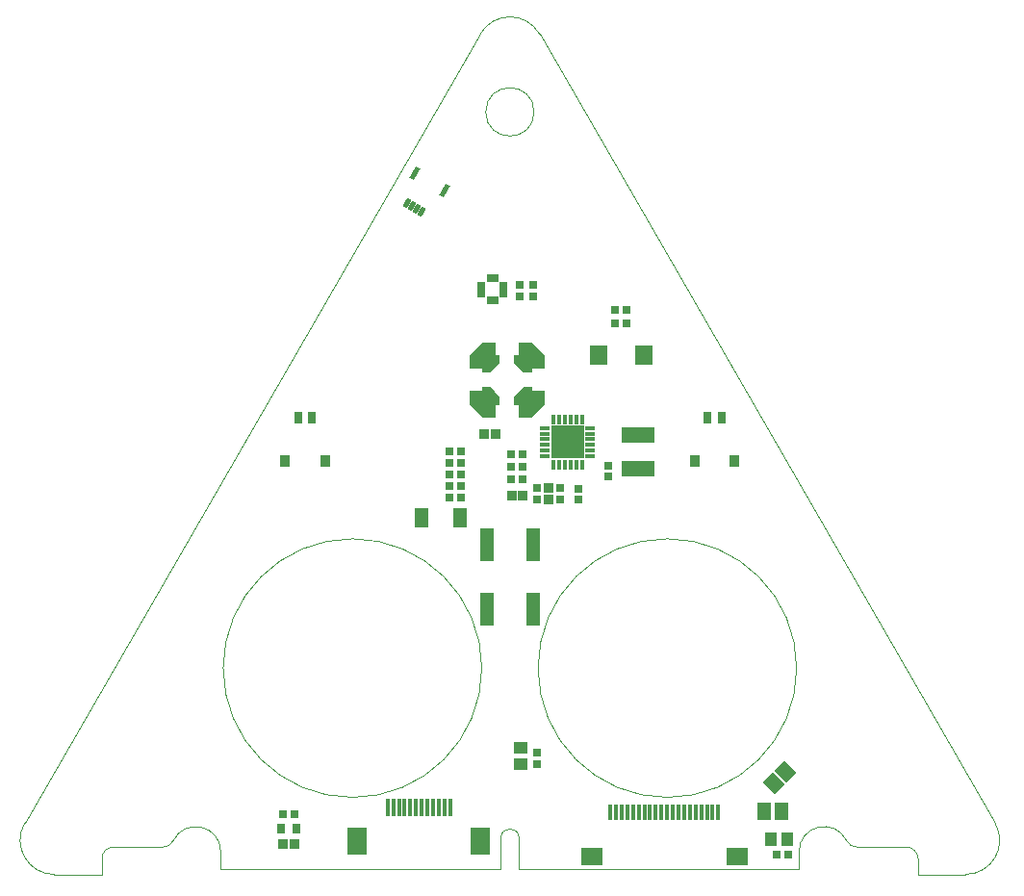
<source format=gts>
G04*
G04 #@! TF.GenerationSoftware,Altium Limited,Altium Designer,19.0.12 (326)*
G04*
G04 Layer_Color=8388736*
%FSLAX44Y44*%
%MOMM*%
G71*
G01*
G75*
%ADD19C,0.0500*%
%ADD29C,0.9348*%
%ADD30C,0.8891*%
%ADD49R,0.7400X0.7400*%
%ADD50R,0.7620X0.7620*%
%ADD51R,0.9000X1.0000*%
%ADD52R,0.8000X1.0500*%
G04:AMPARAMS|DCode=53|XSize=0.44mm|YSize=1.14mm|CornerRadius=0mm|HoleSize=0mm|Usage=FLASHONLY|Rotation=150.000|XOffset=0mm|YOffset=0mm|HoleType=Round|Shape=Rectangle|*
%AMROTATEDRECTD53*
4,1,4,0.4755,0.3836,-0.0945,-0.6036,-0.4755,-0.3836,0.0945,0.6036,0.4755,0.3836,0.0*
%
%ADD53ROTATEDRECTD53*%

G04:AMPARAMS|DCode=54|XSize=0.44mm|YSize=0.84mm|CornerRadius=0mm|HoleSize=0mm|Usage=FLASHONLY|Rotation=150.000|XOffset=0mm|YOffset=0mm|HoleType=Round|Shape=Rectangle|*
%AMROTATEDRECTD54*
4,1,4,0.4005,0.2537,-0.0195,-0.4737,-0.4005,-0.2537,0.0195,0.4737,0.4005,0.2537,0.0*
%
%ADD54ROTATEDRECTD54*%

%ADD55R,1.2400X1.5400*%
G04:AMPARAMS|DCode=56|XSize=1.54mm|YSize=1.24mm|CornerRadius=0mm|HoleSize=0mm|Usage=FLASHONLY|Rotation=135.000|XOffset=0mm|YOffset=0mm|HoleType=Round|Shape=Rectangle|*
%AMROTATEDRECTD56*
4,1,4,0.9829,-0.1061,0.1061,-0.9829,-0.9829,0.1061,-0.1061,0.9829,0.9829,-0.1061,0.0*
%
%ADD56ROTATEDRECTD56*%

%ADD57R,1.2400X1.7400*%
%ADD58R,1.7400X2.3400*%
%ADD59R,0.4400X1.5400*%
%ADD60R,0.6400X0.3400*%
%ADD61R,0.3400X0.6400*%
%ADD62R,0.4400X1.3400*%
%ADD63R,1.8400X1.6400*%
%ADD64R,1.1684X1.0160*%
%ADD65R,0.7400X0.7400*%
%ADD66R,1.0160X1.1684*%
%ADD67R,0.8600X0.8600*%
%ADD68R,2.8400X1.4400*%
%ADD69R,0.7900X0.8400*%
%ADD70R,1.5400X1.7800*%
%ADD71R,0.8600X0.8600*%
%ADD72R,2.9400X2.9400*%
%ADD73R,0.4400X0.9400*%
%ADD74R,0.9400X0.4400*%
%ADD75R,1.2032X2.9532*%
%ADD76C,0.6480*%
G36*
X431270Y426407D02*
Y415157D01*
X420269D01*
Y411408D01*
X412469D01*
X404519Y420358D01*
Y427158D01*
X408270D01*
Y438157D01*
X419520D01*
X431270Y426407D01*
D02*
G37*
G36*
X388270Y427158D02*
X392019D01*
Y420358D01*
X384069Y411408D01*
X376269D01*
Y415157D01*
X365270D01*
Y426407D01*
X377020Y438157D01*
X388270D01*
Y427158D01*
D02*
G37*
G36*
X420269Y395157D02*
X431270D01*
Y383907D01*
X419520Y372157D01*
X408270D01*
Y383158D01*
X404519D01*
Y389958D01*
X412469Y398908D01*
X420269D01*
Y395157D01*
D02*
G37*
G36*
X392019Y389958D02*
Y383158D01*
X388270D01*
Y372157D01*
X377020D01*
X365270Y383907D01*
Y395157D01*
X376269D01*
Y398908D01*
X384069D01*
X392019Y389958D01*
D02*
G37*
D19*
X422136Y640793D02*
G03*
X422136Y640793I-21250J0D01*
G01*
X426867Y709393D02*
G03*
X374905Y709393I-25981J-15000D01*
G01*
X-25992Y15018D02*
G03*
X-11Y-29982I25981J-15000D01*
G01*
X376136Y151476D02*
G03*
X376136Y151476I-113750J0D01*
G01*
X653136D02*
G03*
X653136Y151476I-113750J0D01*
G01*
X801784Y-29982D02*
G03*
X827764Y15018I0J30000D01*
G01*
X759783Y-15982D02*
G03*
X749783Y-5982I-10000J0D01*
G01*
X697066Y-357D02*
G03*
X655284Y-9982I-19783J-9625D01*
G01*
X697066Y-357D02*
G03*
X706059Y-5982I8992J4375D01*
G01*
X408886Y2018D02*
G03*
X392886Y2018I-8000J0D01*
G01*
X146489Y-9982D02*
G03*
X104706Y-357I-22000J0D01*
G01*
X95714Y-5982D02*
G03*
X104706Y-357I0J10000D01*
G01*
X51989Y-5982D02*
G03*
X41989Y-15982I0J-10000D01*
G01*
X-25992Y15018D02*
X374905Y709393D01*
X-11Y-29982D02*
X41989D01*
X426867Y709393D02*
X827764Y15018D01*
X759783Y-29982D02*
X801784D01*
X759783D02*
Y-15982D01*
X706059Y-5982D02*
X749783D01*
X655284Y-24982D02*
Y-9982D01*
X408886Y-24982D02*
X655284D01*
X408886D02*
Y2018D01*
X392886Y-24982D02*
Y2018D01*
X146489Y-24982D02*
X392886D01*
X51989Y-5982D02*
X95714D01*
X146489Y-24982D02*
Y-9982D01*
X41989Y-29982D02*
Y-15982D01*
D29*
X384134Y419301D02*
D03*
X412404Y391015D02*
D03*
D30*
X412336Y419156D02*
D03*
X384202Y391160D02*
D03*
D49*
X503682Y454914D02*
D03*
X493682D02*
D03*
X503682Y466852D02*
D03*
X493682D02*
D03*
X645842Y-12954D02*
D03*
X635842D02*
D03*
X201120Y23276D02*
D03*
X211120D02*
D03*
X402188Y339208D02*
D03*
X412188D02*
D03*
X402188Y317276D02*
D03*
X412188D02*
D03*
X412188Y328394D02*
D03*
X402188D02*
D03*
D50*
X358137Y341884D02*
D03*
X347469D02*
D03*
X358140Y331724D02*
D03*
X347472D02*
D03*
X358140Y321564D02*
D03*
X347472D02*
D03*
X347469Y311404D02*
D03*
X358137D02*
D03*
X347472Y301244D02*
D03*
X358140D02*
D03*
D51*
X598500Y333750D02*
D03*
X563500D02*
D03*
X238250D02*
D03*
X203250D02*
D03*
D52*
X587000Y371500D02*
D03*
X575000D02*
D03*
X226750D02*
D03*
X214750D02*
D03*
D53*
X316884Y587119D02*
D03*
X343558Y571719D02*
D03*
D54*
X310476Y560219D02*
D03*
X314806Y557719D02*
D03*
X319136Y555219D02*
D03*
X323466Y552719D02*
D03*
D55*
X639737Y25400D02*
D03*
X624737D02*
D03*
D56*
X643351Y60421D02*
D03*
X632745Y49815D02*
D03*
D57*
X322852Y283464D02*
D03*
X356852D02*
D03*
D58*
X374750Y-998D02*
D03*
X266750D02*
D03*
D59*
X338250Y29232D02*
D03*
X333250D02*
D03*
X328250D02*
D03*
X323250D02*
D03*
X318250D02*
D03*
X313250D02*
D03*
X308250D02*
D03*
X303250D02*
D03*
X298250D02*
D03*
X293250D02*
D03*
X343250D02*
D03*
X348250D02*
D03*
D60*
X375772Y489884D02*
D03*
Y486384D02*
D03*
Y482884D02*
D03*
Y479384D02*
D03*
X395248D02*
D03*
Y482884D02*
D03*
Y486384D02*
D03*
Y489884D02*
D03*
D61*
X382010Y474896D02*
D03*
X385510D02*
D03*
X389010D02*
D03*
Y494372D02*
D03*
X385510D02*
D03*
X382010D02*
D03*
D62*
X489180Y24452D02*
D03*
X494180D02*
D03*
X499180D02*
D03*
X504180D02*
D03*
X509180D02*
D03*
X514180D02*
D03*
X519180D02*
D03*
X524180D02*
D03*
X529180D02*
D03*
X534180D02*
D03*
X539180D02*
D03*
X544180D02*
D03*
X549180D02*
D03*
X554180D02*
D03*
X559180D02*
D03*
X564180D02*
D03*
X569180D02*
D03*
X574180D02*
D03*
X579180D02*
D03*
X584180D02*
D03*
D63*
X472680Y-14548D02*
D03*
X600680D02*
D03*
D64*
X410392Y81478D02*
D03*
Y67254D02*
D03*
D65*
X424434Y66882D02*
D03*
Y76882D02*
D03*
X461264Y299546D02*
D03*
Y309546D02*
D03*
X421324Y488734D02*
D03*
Y478734D02*
D03*
X409640Y478734D02*
D03*
Y488734D02*
D03*
X487680Y319826D02*
D03*
Y329826D02*
D03*
X445379Y299918D02*
D03*
Y309918D02*
D03*
X424497Y309968D02*
D03*
Y299968D02*
D03*
D66*
X644906Y675D02*
D03*
X630682D02*
D03*
D67*
X210994Y-3228D02*
D03*
X200994D02*
D03*
X378032Y357378D02*
D03*
X388032D02*
D03*
X402354Y302886D02*
D03*
X412354D02*
D03*
D68*
X513272Y327248D02*
D03*
Y356248D02*
D03*
D69*
X212744Y10497D02*
D03*
X199244D02*
D03*
D70*
X478706Y426974D02*
D03*
X519006D02*
D03*
D71*
X435035Y309968D02*
D03*
Y299968D02*
D03*
D72*
X451698Y350270D02*
D03*
D73*
X439198Y370270D02*
D03*
X444198D02*
D03*
X449198D02*
D03*
X454198D02*
D03*
X459198D02*
D03*
X464198D02*
D03*
Y330270D02*
D03*
X459198D02*
D03*
X454198D02*
D03*
X449198D02*
D03*
X444198D02*
D03*
X439198D02*
D03*
D74*
X471698Y362770D02*
D03*
Y357770D02*
D03*
Y352770D02*
D03*
Y347770D02*
D03*
Y342770D02*
D03*
Y337770D02*
D03*
X431698D02*
D03*
Y342770D02*
D03*
Y347770D02*
D03*
Y352770D02*
D03*
Y357770D02*
D03*
Y362770D02*
D03*
D75*
X381060Y203250D02*
D03*
X421060Y203250D02*
D03*
Y259750D02*
D03*
X381060D02*
D03*
D76*
X451698Y350270D02*
D03*
X461698Y340270D02*
D03*
X441698D02*
D03*
X461698Y360270D02*
D03*
X441698D02*
D03*
M02*

</source>
